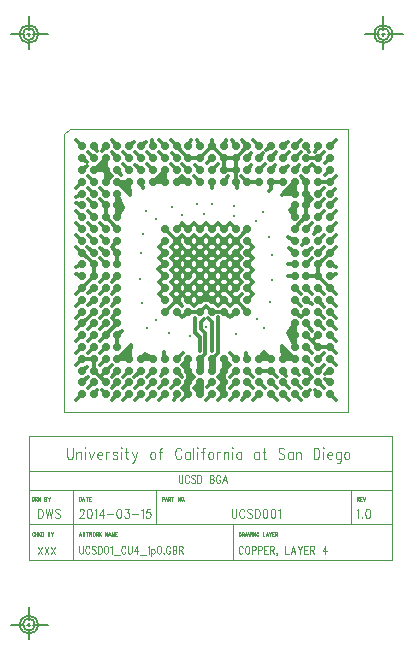
<source format=gbr>
*
*
G04 PADS 9.5 Build Number: 522968 generated Gerber (RS-274-X) file*
G04 PC Version=2.1*
*
%IN "UCSD001-BGA_5mm_2014-03"*%
*
%MOMM*%
*
%FSLAX33Y33*%
*
*
*
*
G04 PC Standard Apertures*
*
*
G04 Thermal Relief Aperture macro.*
%AMTER*
1,1,$1,0,0*
1,0,$1-$2,0,0*
21,0,$3,$4,0,0,45*
21,0,$3,$4,0,0,135*
%
*
*
G04 Annular Aperture macro.*
%AMANN*
1,1,$1,0,0*
1,0,$2,0,0*
%
*
*
G04 Odd Aperture macro.*
%AMODD*
1,1,$1,0,0*
1,0,$1-0.005,0,0*
%
*
*
G04 PC Custom Aperture Macros*
*
*
*
*
*
*
G04 PC Aperture Table*
*
%ADD010C,0.0254*%
%ADD013C,0.05*%
%ADD018C,0.1*%
%ADD019C,0.3*%
%ADD023C,0.08814*%
%ADD024C,0.1778*%
%ADD025C,0.7*%
%ADD032C,0.35*%
%ADD033C,0.6*%
*
*
*
*
G04 PC Circuitry*
G04 Layer Name UCSD001-BGA_5mm_2014-03 - circuitry*
%LPD*%
*
*
G04 PC Custom Flashes*
G04 Layer Name UCSD001-BGA_5mm_2014-03 - flashes*
%LPD*%
*
*
G04 PC Circuitry*
G04 Layer Name UCSD001-BGA_5mm_2014-03 - circuitry*
%LPD*%
*
G54D10*
G54D13*
G01X162762Y130828D02*
Y130500D01*
Y130828D02*
X162864D01*
X162864D02*
X162898Y130812D01*
X162898D02*
X162910Y130796D01*
X162910D02*
X162921Y130765D01*
X162921D02*
Y130734D01*
X162921D02*
X162910Y130703D01*
X162898Y130687*
X162898D02*
X162864Y130671D01*
X162864D02*
X162762D01*
X162842D02*
X162921Y130500D01*
X163023Y130828D02*
Y130500D01*
Y130828D02*
X163171D01*
X163023Y130671D02*
X163114D01*
X163023Y130500D02*
X163171D01*
X163273Y130828D02*
X163364Y130500D01*
X163455Y130828D02*
X163364Y130500D01*
X152762Y127828D02*
Y127500D01*
Y127828D02*
X152842D01*
X152876Y127812*
X152876D02*
X152898Y127781D01*
X152898D02*
X152910Y127750D01*
X152921Y127703*
X152921D02*
Y127625D01*
X152921D02*
X152910Y127578D01*
X152898Y127546*
X152898D02*
X152876Y127515D01*
X152876D02*
X152842Y127500D01*
X152762*
X153023Y127828D02*
Y127500D01*
Y127828D02*
X153126D01*
X153160Y127812*
X153160D02*
X153171Y127796D01*
X153171D02*
X153182Y127765D01*
X153182D02*
Y127734D01*
X153182D02*
X153171Y127703D01*
X153171D02*
X153160Y127687D01*
X153160D02*
X153126Y127671D01*
X153126D02*
X153023D01*
X153103D02*
X153182Y127500D01*
X153376Y127828D02*
X153285Y127500D01*
X153376Y127828D02*
X153467Y127500D01*
X153319Y127609D02*
X153432D01*
X153569Y127828D02*
X153626Y127500D01*
X153682Y127828D02*
X153626Y127500D01*
X153682Y127828D02*
X153739Y127500D01*
X153796Y127828D02*
X153739Y127500D01*
X153898Y127828D02*
Y127500D01*
X154001Y127828D02*
Y127500D01*
Y127828D02*
X154160Y127500D01*
Y127828D02*
Y127500D01*
X154432Y127750D02*
X154421Y127781D01*
X154421D02*
X154398Y127812D01*
X154398D02*
X154376Y127828D01*
X154330*
X154330D02*
X154307Y127812D01*
X154307D02*
X154285Y127781D01*
X154273Y127750*
X154273D02*
X154262Y127703D01*
Y127625*
X154273Y127578*
X154273D02*
X154285Y127546D01*
X154285D02*
X154307Y127515D01*
X154307D02*
X154330Y127500D01*
X154330D02*
X154376D01*
X154398Y127515*
X154398D02*
X154421Y127546D01*
X154421D02*
X154432Y127578D01*
X154432D02*
Y127625D01*
X154376D02*
X154432D01*
X154796Y127828D02*
Y127500D01*
X154796D02*
X154932D01*
X155126Y127828D02*
X155035Y127500D01*
X155126Y127828D02*
X155217Y127500D01*
X155069Y127609D02*
X155182D01*
X155319Y127828D02*
X155410Y127671D01*
X155410D02*
Y127500D01*
X155501Y127828D02*
X155410Y127671D01*
X155603Y127828D02*
Y127500D01*
Y127828D02*
X155751D01*
X155603Y127671D02*
X155694D01*
X155603Y127500D02*
X155751D01*
X155853Y127828D02*
Y127500D01*
Y127828D02*
X155955D01*
X155955D02*
X155989Y127812D01*
X155989D02*
X156001Y127796D01*
X156001D02*
X156012Y127765D01*
X156012D02*
Y127734D01*
X156001Y127703*
X155989Y127687*
X155989D02*
X155955Y127671D01*
X155955D02*
X155853D01*
X155932D02*
X156012Y127500D01*
X146262Y130828D02*
Y130500D01*
Y130828D02*
X146364D01*
X146364D02*
X146398Y130812D01*
X146398D02*
X146410Y130796D01*
X146410D02*
X146421Y130765D01*
X146421D02*
Y130718D01*
X146421D02*
X146410Y130687D01*
X146410D02*
X146398Y130671D01*
X146398D02*
X146364Y130656D01*
X146364D02*
X146262D01*
X146614Y130828D02*
X146523Y130500D01*
X146614Y130828D02*
X146705Y130500D01*
X146557Y130609D02*
X146671D01*
X146807Y130828D02*
Y130500D01*
Y130828D02*
X146910D01*
X146944Y130812*
X146944D02*
X146955Y130796D01*
X146955D02*
X146967Y130765D01*
X146967D02*
Y130734D01*
X146955Y130703*
X146955D02*
X146944Y130687D01*
X146944D02*
X146910Y130671D01*
X146910D02*
X146807D01*
X146887D02*
X146967Y130500D01*
X147148Y130828D02*
Y130500D01*
X147069Y130828D02*
X147228D01*
X147592D02*
Y130500D01*
Y130828D02*
X147751Y130500D01*
Y130828D02*
Y130500D01*
X147921Y130828D02*
X147898Y130812D01*
X147898D02*
X147876Y130781D01*
X147864Y130750*
X147864D02*
X147853Y130703D01*
Y130625*
X147864Y130578*
X147864D02*
X147876Y130546D01*
X147876D02*
X147898Y130515D01*
X147898D02*
X147921Y130500D01*
X147921D02*
X147967D01*
X147989Y130515*
X147989D02*
X148012Y130546D01*
X148012D02*
X148023Y130578D01*
X148023D02*
X148035Y130625D01*
Y130703*
X148023Y130750*
X148023D02*
X148012Y130781D01*
X147989Y130812*
X147989D02*
X147967Y130828D01*
X147921*
X148148Y130531D02*
X148137Y130515D01*
X148137D02*
X148148Y130500D01*
X148148D02*
X148160Y130515D01*
X148160D02*
X148148Y130531D01*
X139353Y127828D02*
X139262Y127500D01*
X139353Y127828D02*
X139444Y127500D01*
X139296Y127609D02*
X139410D01*
X139546Y127828D02*
Y127500D01*
Y127828D02*
X139648D01*
X139648D02*
X139682Y127812D01*
X139682D02*
X139694Y127796D01*
X139694D02*
X139705Y127765D01*
X139705D02*
Y127734D01*
X139705D02*
X139694Y127703D01*
X139682Y127687*
X139682D02*
X139648Y127671D01*
X139648D02*
X139546D01*
X139626D02*
X139705Y127500D01*
X139887Y127828D02*
Y127500D01*
X139807Y127828D02*
X139967D01*
X140069D02*
X140126Y127500D01*
X140182Y127828D02*
X140126Y127500D01*
X140182Y127828D02*
X140239Y127500D01*
X140296Y127828D02*
X140239Y127500D01*
X140467Y127828D02*
X140444Y127812D01*
X140444D02*
X140421Y127781D01*
X140421D02*
X140410Y127750D01*
X140398Y127703*
X140398D02*
Y127625D01*
X140398D02*
X140410Y127578D01*
X140421Y127546*
X140421D02*
X140444Y127515D01*
X140444D02*
X140467Y127500D01*
X140512*
X140535Y127515*
X140535D02*
X140557Y127546D01*
X140557D02*
X140569Y127578D01*
X140580Y127625*
X140580D02*
Y127703D01*
X140580D02*
X140569Y127750D01*
X140557Y127781*
X140557D02*
X140535Y127812D01*
X140535D02*
X140512Y127828D01*
X140467*
X140682D02*
Y127500D01*
Y127828D02*
X140785D01*
X140819Y127812*
X140819D02*
X140830Y127796D01*
X140830D02*
X140842Y127765D01*
X140842D02*
Y127734D01*
X140830Y127703*
X140830D02*
X140819Y127687D01*
X140819D02*
X140785Y127671D01*
X140785D02*
X140682D01*
X140762D02*
X140842Y127500D01*
X140944Y127828D02*
Y127500D01*
X141103Y127828D02*
X140944Y127609D01*
X141001Y127687D02*
X141103Y127500D01*
X141467Y127828D02*
Y127500D01*
Y127828D02*
X141626Y127500D01*
Y127828D02*
Y127500D01*
X141819Y127828D02*
X141728Y127500D01*
X141819Y127828D02*
X141910Y127500D01*
X141762Y127609D02*
X141876D01*
X142012Y127828D02*
Y127500D01*
Y127828D02*
X142103Y127500D01*
X142194Y127828D02*
X142103Y127500D01*
X142194Y127828D02*
Y127500D01*
X142296Y127828D02*
Y127500D01*
Y127828D02*
X142444D01*
X142296Y127671D02*
X142387D01*
X142296Y127500D02*
X142444D01*
X139262Y130828D02*
Y130500D01*
Y130828D02*
X139342D01*
X139376Y130812*
X139376D02*
X139398Y130781D01*
X139398D02*
X139410Y130750D01*
X139421Y130703*
X139421D02*
Y130625D01*
X139421D02*
X139410Y130578D01*
X139398Y130546*
X139398D02*
X139376Y130515D01*
X139376D02*
X139342Y130500D01*
X139262*
X139614Y130828D02*
X139523Y130500D01*
X139614Y130828D02*
X139705Y130500D01*
X139557Y130609D02*
X139671D01*
X139887Y130828D02*
Y130500D01*
X139807Y130828D02*
X139967D01*
X140069D02*
Y130500D01*
Y130828D02*
X140217D01*
X140069Y130671D02*
X140160D01*
X140069Y130500D02*
X140217D01*
X135432Y127750D02*
X135421Y127781D01*
X135421D02*
X135398Y127812D01*
X135398D02*
X135376Y127828D01*
X135330*
X135330D02*
X135307Y127812D01*
X135307D02*
X135285Y127781D01*
X135273Y127750*
X135273D02*
X135262Y127703D01*
Y127625*
X135273Y127578*
X135273D02*
X135285Y127546D01*
X135285D02*
X135307Y127515D01*
X135307D02*
X135330Y127500D01*
X135330D02*
X135376D01*
X135398Y127515*
X135398D02*
X135421Y127546D01*
X135421D02*
X135432Y127578D01*
X135535Y127828D02*
Y127500D01*
X135694Y127828D02*
Y127500D01*
X135535Y127671D02*
X135694D01*
X135796Y127828D02*
Y127500D01*
X135955Y127828D02*
X135796Y127609D01*
X135853Y127687D02*
X135955Y127500D01*
X136057Y127828D02*
Y127500D01*
Y127828D02*
X136137D01*
X136171Y127812*
X136171D02*
X136194Y127781D01*
X136205Y127750*
X136205D02*
X136217Y127703D01*
Y127625*
X136205Y127578*
X136205D02*
X136194Y127546D01*
X136194D02*
X136171Y127515D01*
X136171D02*
X136137Y127500D01*
X136057*
X136580Y127828D02*
Y127500D01*
Y127828D02*
X136682D01*
X136682D02*
X136717Y127812D01*
X136717D02*
X136728Y127796D01*
X136728D02*
X136739Y127765D01*
X136739D02*
Y127734D01*
X136739D02*
X136728Y127703D01*
X136717Y127687*
X136717D02*
X136682Y127671D01*
X136580D02*
X136682D01*
X136682D02*
X136717Y127656D01*
X136728Y127640*
X136728D02*
X136739Y127609D01*
X136739D02*
Y127562D01*
X136739D02*
X136728Y127531D01*
X136717Y127515*
X136717D02*
X136682Y127500D01*
X136682D02*
X136580D01*
X136842Y127828D02*
X136932Y127671D01*
X136932D02*
Y127500D01*
X137023Y127828D02*
X136932Y127671D01*
X135262Y130828D02*
Y130500D01*
Y130828D02*
X135342D01*
X135376Y130812*
X135376D02*
X135398Y130781D01*
X135398D02*
X135410Y130750D01*
X135421Y130703*
X135421D02*
Y130625D01*
X135421D02*
X135410Y130578D01*
X135398Y130546*
X135398D02*
X135376Y130515D01*
X135376D02*
X135342Y130500D01*
X135262*
X135523Y130828D02*
Y130500D01*
Y130828D02*
X135626D01*
X135660Y130812*
X135660D02*
X135671Y130796D01*
X135671D02*
X135682Y130765D01*
X135682D02*
Y130734D01*
X135682D02*
X135671Y130703D01*
X135671D02*
X135660Y130687D01*
X135660D02*
X135626Y130671D01*
X135626D02*
X135523D01*
X135603D02*
X135682Y130500D01*
X135785Y130828D02*
Y130500D01*
Y130828D02*
X135944Y130500D01*
Y130828D02*
Y130500D01*
X136307Y130828D02*
Y130500D01*
Y130828D02*
X136410D01*
X136444Y130812*
X136444D02*
X136455Y130796D01*
X136455D02*
X136467Y130765D01*
X136467D02*
Y130734D01*
X136455Y130703*
X136455D02*
X136444Y130687D01*
X136444D02*
X136410Y130671D01*
X136307D02*
X136410D01*
X136410D02*
X136444Y130656D01*
X136455Y130640*
X136455D02*
X136467Y130609D01*
Y130562*
X136467D02*
X136455Y130531D01*
X136455D02*
X136444Y130515D01*
X136444D02*
X136410Y130500D01*
X136307*
X136569Y130828D02*
X136660Y130671D01*
X136660D02*
Y130500D01*
X136751Y130828D02*
X136660Y130671D01*
G54D18*
X135000Y128500D02*
X138762D01*
Y131410*
X135000*
Y128500*
Y125500D02*
X138762D01*
Y128500*
X135000*
Y125500*
X138762Y128500D02*
X145762D01*
Y131410*
X138762*
Y128500*
Y125500D02*
X152262D01*
Y128500*
Y125500D02*
X165762D01*
Y128500*
X152262*
Y125500*
X145762Y128500D02*
X162262D01*
Y131410*
X145762*
Y128500*
X134999Y131410D02*
X165762D01*
Y133000*
X134999*
X134999D02*
Y131410D01*
Y133000D02*
X165762D01*
Y136000*
X134999*
X134999D02*
Y133000D01*
X163762Y128500D02*
X165762D01*
Y131410*
X162262*
Y128500*
X135762Y129820D02*
Y129000D01*
Y129820D02*
X135961D01*
X136046Y129781*
X136046D02*
X136103Y129703D01*
X136131Y129625*
X136131D02*
X136160Y129507D01*
X136160D02*
Y129312D01*
X136160D02*
X136131Y129195D01*
X136131D02*
X136103Y129117D01*
X136046Y129039*
X136046D02*
X135961Y129000D01*
X135762*
X136415Y129820D02*
X136557Y129000D01*
X136699Y129820D02*
X136557Y129000D01*
X136699Y129820D02*
X136842Y129000D01*
X136984Y129820D02*
X136842Y129000D01*
X137637Y129703D02*
X137580Y129781D01*
X137580D02*
X137495Y129820D01*
X137381*
X137381D02*
X137296Y129781D01*
X137296D02*
X137239Y129703D01*
X137239D02*
Y129625D01*
X137239D02*
X137268Y129546D01*
X137268D02*
X137296Y129507D01*
X137296D02*
X137353Y129468D01*
X137353D02*
X137523Y129390D01*
X137523D02*
X137580Y129351D01*
X137580D02*
X137609Y129312D01*
X137609D02*
X137637Y129234D01*
Y129117*
X137580Y129039*
X137580D02*
X137495Y129000D01*
X137381*
X137381D02*
X137296Y129039D01*
X137296D02*
X137239Y129117D01*
X147682Y132656D02*
Y132187D01*
X147682D02*
X147705Y132093D01*
X147705D02*
X147751Y132031D01*
X147819Y132000*
X147864*
X147864D02*
X147932Y132031D01*
X147932D02*
X147978Y132093D01*
X147978D02*
X148001Y132187D01*
X148001D02*
Y132656D01*
X148546Y132500D02*
X148523Y132562D01*
X148523D02*
X148478Y132625D01*
X148432Y132656*
X148432D02*
X148342D01*
X148296Y132625*
X148296D02*
X148251Y132562D01*
X148251D02*
X148228Y132500D01*
X148205Y132406*
X148205D02*
Y132250D01*
X148205D02*
X148228Y132156D01*
X148251Y132093*
X148251D02*
X148296Y132031D01*
X148296D02*
X148342Y132000D01*
X148432*
X148432D02*
X148478Y132031D01*
X148523Y132093*
X148523D02*
X148546Y132156D01*
X149069Y132562D02*
X149023Y132625D01*
X149023D02*
X148955Y132656D01*
X148955D02*
X148864D01*
X148864D02*
X148796Y132625D01*
X148796D02*
X148751Y132562D01*
X148751D02*
Y132500D01*
X148773Y132437*
X148773D02*
X148796Y132406D01*
X148796D02*
X148842Y132375D01*
X148978Y132312*
X148978D02*
X149023Y132281D01*
X149023D02*
X149046Y132250D01*
X149046D02*
X149069Y132187D01*
X149069D02*
Y132093D01*
X149069D02*
X149023Y132031D01*
X149023D02*
X148955Y132000D01*
X148955D02*
X148864D01*
X148864D02*
X148796Y132031D01*
X148796D02*
X148751Y132093D01*
X149273Y132656D02*
Y132000D01*
Y132656D02*
X149432D01*
X149432D02*
X149501Y132625D01*
X149546Y132562*
X149546D02*
X149569Y132500D01*
X149592Y132406*
Y132250*
X149569Y132156*
X149546Y132093*
X149546D02*
X149501Y132031D01*
X149432Y132000*
X149432D02*
X149273D01*
X150319Y132656D02*
Y132000D01*
Y132656D02*
X150523D01*
X150523D02*
X150592Y132625D01*
X150614Y132593*
X150614D02*
X150637Y132531D01*
Y132468*
X150637D02*
X150614Y132406D01*
X150614D02*
X150592Y132375D01*
X150523Y132343*
X150319D02*
X150523D01*
X150523D02*
X150592Y132312D01*
X150592D02*
X150614Y132281D01*
X150614D02*
X150637Y132218D01*
X150637D02*
Y132125D01*
X150614Y132062*
X150614D02*
X150592Y132031D01*
X150523Y132000*
X150523D02*
X150319D01*
X151182Y132500D02*
X151160Y132562D01*
X151160D02*
X151114Y132625D01*
X151114D02*
X151069Y132656D01*
X150978*
X150932Y132625*
X150932D02*
X150887Y132562D01*
X150887D02*
X150864Y132500D01*
X150864D02*
X150842Y132406D01*
Y132250*
X150864Y132156*
X150864D02*
X150887Y132093D01*
X150887D02*
X150932Y132031D01*
X150932D02*
X150978Y132000D01*
X151069*
X151114Y132031*
X151114D02*
X151160Y132093D01*
X151160D02*
X151182Y132156D01*
X151182D02*
Y132250D01*
X151069D02*
X151182D01*
X151569Y132656D02*
X151387Y132000D01*
X151569Y132656D02*
X151751Y132000D01*
X151455Y132218D02*
X151682D01*
X138245Y134984D02*
Y134281D01*
X138279Y134140*
X138279D02*
X138347Y134046D01*
X138347D02*
X138449Y134000D01*
X138449D02*
X138518D01*
X138620Y134046*
X138620D02*
X138688Y134140D01*
X138688D02*
X138722Y134281D01*
X138722D02*
Y134984D01*
X139029Y134656D02*
Y134000D01*
Y134468D02*
X139131Y134609D01*
X139131D02*
X139199Y134656D01*
X139199D02*
X139302D01*
X139370Y134609*
X139404Y134468*
X139404D02*
Y134000D01*
X139711Y134984D02*
X139745Y134937D01*
X139745D02*
X139779Y134984D01*
X139779D02*
X139745Y135031D01*
X139711Y134984*
X139745Y134656D02*
Y134000D01*
X140086Y134656D02*
X140290Y134000D01*
X140495Y134656D02*
X140290Y134000D01*
X140802Y134375D02*
X141211D01*
Y134468*
X141211D02*
X141177Y134562D01*
X141177D02*
X141143Y134609D01*
X141074Y134656*
X141074D02*
X140972D01*
X140972D02*
X140904Y134609D01*
X140904D02*
X140836Y134515D01*
X140836D02*
X140802Y134375D01*
Y134281*
X140836Y134140*
X140836D02*
X140904Y134046D01*
X140904D02*
X140972Y134000D01*
X140972D02*
X141074D01*
X141074D02*
X141143Y134046D01*
X141143D02*
X141211Y134140D01*
X141518Y134656D02*
Y134000D01*
Y134375D02*
X141552Y134515D01*
X141552D02*
X141620Y134609D01*
X141688Y134656*
X141688D02*
X141790D01*
X142472Y134515D02*
X142438Y134609D01*
X142438D02*
X142336Y134656D01*
X142234*
X142131Y134609*
X142131D02*
X142097Y134515D01*
X142097D02*
X142131Y134421D01*
X142131D02*
X142199Y134375D01*
X142199D02*
X142370Y134328D01*
X142438Y134281*
X142438D02*
X142472Y134187D01*
X142472D02*
Y134140D01*
X142472D02*
X142438Y134046D01*
X142438D02*
X142336Y134000D01*
X142234*
X142131Y134046*
X142131D02*
X142097Y134140D01*
X142779Y134984D02*
X142813Y134937D01*
X142813D02*
X142847Y134984D01*
X142847D02*
X142813Y135031D01*
X142813D02*
X142779Y134984D01*
X142813Y134656D02*
Y134000D01*
X143256Y134984D02*
Y134187D01*
X143256D02*
X143290Y134046D01*
X143290D02*
X143359Y134000D01*
X143427*
X143154Y134656D02*
X143393D01*
X143768D02*
X143972Y134000D01*
X144177Y134656D02*
X143972Y134000D01*
X143972D02*
X143904Y133812D01*
X143904D02*
X143836Y133718D01*
X143836D02*
X143768Y133671D01*
X143768D02*
X143734D01*
X145438Y134656D02*
X145370Y134609D01*
X145302Y134515*
X145302D02*
X145268Y134375D01*
Y134281*
X145302Y134140*
X145302D02*
X145370Y134046D01*
X145370D02*
X145438Y134000D01*
X145438D02*
X145540D01*
X145540D02*
X145609Y134046D01*
X145609D02*
X145677Y134140D01*
X145677D02*
X145711Y134281D01*
Y134375*
X145677Y134515*
X145677D02*
X145609Y134609D01*
X145540Y134656*
X145540D02*
X145438D01*
X146290Y134984D02*
X146222D01*
X146222D02*
X146154Y134937D01*
X146154D02*
X146120Y134796D01*
X146120D02*
Y134000D01*
X146018Y134656D02*
X146256D01*
X147893Y134750D02*
X147859Y134843D01*
X147859D02*
X147790Y134937D01*
X147790D02*
X147722Y134984D01*
X147722D02*
X147586D01*
X147518Y134937*
X147518D02*
X147449Y134843D01*
X147449D02*
X147415Y134750D01*
X147415D02*
X147381Y134609D01*
X147381D02*
Y134375D01*
X147381D02*
X147415Y134234D01*
X147415D02*
X147449Y134140D01*
X147449D02*
X147518Y134046D01*
X147518D02*
X147586Y134000D01*
X147722*
X147722D02*
X147790Y134046D01*
X147790D02*
X147859Y134140D01*
X147859D02*
X147893Y134234D01*
X148609Y134656D02*
Y134000D01*
Y134515D02*
X148540Y134609D01*
X148540D02*
X148472Y134656D01*
X148472D02*
X148370D01*
X148302Y134609*
X148234Y134515*
X148234D02*
X148199Y134375D01*
X148199D02*
Y134281D01*
X148199D02*
X148234Y134140D01*
X148234D02*
X148302Y134046D01*
X148302D02*
X148370Y134000D01*
X148472*
X148472D02*
X148540Y134046D01*
X148540D02*
X148609Y134140D01*
X148915Y134984D02*
Y134000D01*
X149222Y134984D02*
X149256Y134937D01*
X149256D02*
X149290Y134984D01*
X149290D02*
X149256Y135031D01*
X149256D02*
X149222Y134984D01*
X149256Y134656D02*
Y134000D01*
X149870Y134984D02*
X149802D01*
X149734Y134937*
X149734D02*
X149699Y134796D01*
X149699D02*
Y134000D01*
X149597Y134656D02*
X149836D01*
X150347D02*
X150279Y134609D01*
X150279D02*
X150211Y134515D01*
X150211D02*
X150177Y134375D01*
Y134281*
X150211Y134140*
X150211D02*
X150279Y134046D01*
X150279D02*
X150347Y134000D01*
X150347D02*
X150449D01*
X150449D02*
X150518Y134046D01*
X150518D02*
X150586Y134140D01*
X150586D02*
X150620Y134281D01*
Y134375*
X150586Y134515*
X150586D02*
X150518Y134609D01*
X150449Y134656*
X150449D02*
X150347D01*
X150927D02*
Y134000D01*
Y134375D02*
X150961Y134515D01*
X150961D02*
X151029Y134609D01*
X151029D02*
X151097Y134656D01*
X151097D02*
X151199D01*
X151506D02*
Y134000D01*
Y134468D02*
X151609Y134609D01*
X151677Y134656*
X151779*
X151779D02*
X151847Y134609D01*
X151847D02*
X151881Y134468D01*
X151881D02*
Y134000D01*
X152188Y134984D02*
X152222Y134937D01*
X152222D02*
X152256Y134984D01*
X152256D02*
X152222Y135031D01*
X152222D02*
X152188Y134984D01*
X152222Y134656D02*
Y134000D01*
X152972Y134656D02*
Y134000D01*
Y134515D02*
X152904Y134609D01*
X152904D02*
X152836Y134656D01*
X152734*
X152665Y134609*
X152665D02*
X152597Y134515D01*
X152597D02*
X152563Y134375D01*
X152563D02*
Y134281D01*
X152563D02*
X152597Y134140D01*
X152597D02*
X152665Y134046D01*
X152665D02*
X152734Y134000D01*
X152836*
X152904Y134046*
X152904D02*
X152972Y134140D01*
X154472Y134656D02*
Y134000D01*
Y134515D02*
X154404Y134609D01*
X154404D02*
X154336Y134656D01*
X154234*
X154165Y134609*
X154165D02*
X154097Y134515D01*
X154097D02*
X154063Y134375D01*
X154063D02*
Y134281D01*
X154063D02*
X154097Y134140D01*
X154097D02*
X154165Y134046D01*
X154165D02*
X154234Y134000D01*
X154336*
X154404Y134046*
X154404D02*
X154472Y134140D01*
X154881Y134984D02*
Y134187D01*
X154881D02*
X154915Y134046D01*
X154915D02*
X154984Y134000D01*
X155052*
X154779Y134656D02*
X155018D01*
X156620Y134843D02*
X156552Y134937D01*
X156552D02*
X156449Y134984D01*
X156449D02*
X156313D01*
X156313D02*
X156211Y134937D01*
X156211D02*
X156143Y134843D01*
X156143D02*
Y134750D01*
X156177Y134656*
X156211Y134609*
X156279Y134562*
X156279D02*
X156484Y134468D01*
X156484D02*
X156552Y134421D01*
X156552D02*
X156586Y134375D01*
X156620Y134281*
Y134140*
X156620D02*
X156552Y134046D01*
X156552D02*
X156449Y134000D01*
X156449D02*
X156313D01*
X156313D02*
X156211Y134046D01*
X156211D02*
X156143Y134140D01*
X157336Y134656D02*
Y134000D01*
Y134515D02*
X157268Y134609D01*
X157199Y134656*
X157199D02*
X157097D01*
X157097D02*
X157029Y134609D01*
X157029D02*
X156961Y134515D01*
X156961D02*
X156927Y134375D01*
Y134281*
X156961Y134140*
X156961D02*
X157029Y134046D01*
X157029D02*
X157097Y134000D01*
X157097D02*
X157199D01*
X157199D02*
X157268Y134046D01*
X157268D02*
X157336Y134140D01*
X157643Y134656D02*
Y134000D01*
Y134468D02*
X157745Y134609D01*
X157813Y134656*
X157813D02*
X157915D01*
X157915D02*
X157984Y134609D01*
X158018Y134468*
X158018D02*
Y134000D01*
X159109Y134984D02*
Y134000D01*
Y134984D02*
X159347D01*
X159347D02*
X159449Y134937D01*
X159449D02*
X159518Y134843D01*
X159518D02*
X159552Y134750D01*
X159586Y134609*
Y134375*
X159552Y134234*
X159518Y134140*
X159518D02*
X159449Y134046D01*
X159449D02*
X159347Y134000D01*
X159347D02*
X159109D01*
X159893Y134984D02*
X159927Y134937D01*
X159927D02*
X159961Y134984D01*
X159927Y135031*
X159893Y134984*
X159927Y134656D02*
Y134000D01*
X160268Y134375D02*
X160677D01*
Y134468*
X160677D02*
X160643Y134562D01*
X160643D02*
X160609Y134609D01*
X160540Y134656*
X160540D02*
X160438D01*
X160438D02*
X160370Y134609D01*
X160302Y134515*
X160302D02*
X160268Y134375D01*
Y134281*
X160302Y134140*
X160302D02*
X160370Y134046D01*
X160370D02*
X160438Y134000D01*
X160438D02*
X160540D01*
X160540D02*
X160609Y134046D01*
X160609D02*
X160677Y134140D01*
X161393Y134656D02*
Y133906D01*
X161359Y133765*
X161359D02*
X161324Y133718D01*
X161324D02*
X161256Y133671D01*
X161256D02*
X161154D01*
X161154D02*
X161086Y133718D01*
X161393Y134515D02*
X161324Y134609D01*
X161324D02*
X161256Y134656D01*
X161256D02*
X161154D01*
X161154D02*
X161086Y134609D01*
X161018Y134515*
X161018D02*
X160984Y134375D01*
Y134281*
X161018Y134140*
X161018D02*
X161086Y134046D01*
X161086D02*
X161154Y134000D01*
X161154D02*
X161256D01*
X161256D02*
X161324Y134046D01*
X161324D02*
X161393Y134140D01*
X161870Y134656D02*
X161802Y134609D01*
X161734Y134515*
X161734D02*
X161699Y134375D01*
X161699D02*
Y134281D01*
X161699D02*
X161734Y134140D01*
X161734D02*
X161802Y134046D01*
X161802D02*
X161870Y134000D01*
X161972*
X161972D02*
X162040Y134046D01*
X162040D02*
X162109Y134140D01*
X162109D02*
X162143Y134281D01*
Y134375*
X162109Y134515*
X162109D02*
X162040Y134609D01*
X162040D02*
X161972Y134656D01*
X161972D02*
X161870D01*
X162762Y129664D02*
X162819Y129703D01*
X162904Y129820*
X162904D02*
Y129000D01*
X163188Y129078D02*
X163160Y129039D01*
X163188Y129000*
X163188D02*
X163217Y129039D01*
X163188Y129078*
X163643Y129820D02*
X163557Y129781D01*
X163557D02*
X163501Y129664D01*
X163472Y129468*
X163472D02*
Y129351D01*
X163472D02*
X163501Y129156D01*
X163557Y129039*
X163557D02*
X163643Y129000D01*
X163699*
X163699D02*
X163785Y129039D01*
X163842Y129156*
X163870Y129351*
X163870D02*
Y129468D01*
X163870D02*
X163842Y129664D01*
X163785Y129781*
X163699Y129820*
X163699D02*
X163643D01*
X152160D02*
Y129234D01*
X152188Y129117*
X152188D02*
X152245Y129039D01*
X152330Y129000*
X152330D02*
X152387D01*
X152472Y129039*
X152472D02*
X152529Y129117D01*
X152529D02*
X152557Y129234D01*
X152557D02*
Y129820D01*
X153239Y129625D02*
X153211Y129703D01*
X153154Y129781*
X153154D02*
X153097Y129820D01*
X153097D02*
X152984D01*
X152927Y129781*
X152870Y129703*
X152842Y129625*
X152813Y129507*
X152813D02*
Y129312D01*
X152813D02*
X152842Y129195D01*
X152870Y129117*
X152927Y129039*
X152984Y129000*
X153097*
X153097D02*
X153154Y129039D01*
X153154D02*
X153211Y129117D01*
X153239Y129195*
X153893Y129703D02*
X153836Y129781D01*
X153751Y129820*
X153637*
X153552Y129781*
X153495Y129703*
Y129625*
X153523Y129546*
X153523D02*
X153552Y129507D01*
X153552D02*
X153609Y129468D01*
X153609D02*
X153779Y129390D01*
X153779D02*
X153836Y129351D01*
X153836D02*
X153864Y129312D01*
X153864D02*
X153893Y129234D01*
Y129117*
X153836Y129039*
X153751Y129000*
X153637*
X153552Y129039*
X153495Y129117*
X154148Y129820D02*
Y129000D01*
Y129820D02*
X154347D01*
X154347D02*
X154432Y129781D01*
X154432D02*
X154489Y129703D01*
X154489D02*
X154518Y129625D01*
X154546Y129507*
X154546D02*
Y129312D01*
X154546D02*
X154518Y129195D01*
X154489Y129117*
X154489D02*
X154432Y129039D01*
X154432D02*
X154347Y129000D01*
X154347D02*
X154148D01*
X154972Y129820D02*
X154887Y129781D01*
X154830Y129664*
X154830D02*
X154802Y129468D01*
X154802D02*
Y129351D01*
X154802D02*
X154830Y129156D01*
X154830D02*
X154887Y129039D01*
X154972Y129000*
X154972D02*
X155029D01*
X155029D02*
X155114Y129039D01*
X155114D02*
X155171Y129156D01*
X155171D02*
X155199Y129351D01*
X155199D02*
Y129468D01*
X155199D02*
X155171Y129664D01*
X155171D02*
X155114Y129781D01*
X155114D02*
X155029Y129820D01*
X155029D02*
X154972D01*
X155626D02*
X155540Y129781D01*
X155540D02*
X155484Y129664D01*
X155455Y129468*
X155455D02*
Y129351D01*
X155455D02*
X155484Y129156D01*
X155540Y129039*
X155540D02*
X155626Y129000D01*
X155682*
X155682D02*
X155768Y129039D01*
X155824Y129156*
X155824D02*
X155853Y129351D01*
X155853D02*
Y129468D01*
X155853D02*
X155824Y129664D01*
X155824D02*
X155768Y129781D01*
X155682Y129820*
X155682D02*
X155626D01*
X156109Y129664D02*
X156165Y129703D01*
X156165D02*
X156251Y129820D01*
Y129000*
X139290Y129625D02*
Y129664D01*
X139290D02*
X139319Y129742D01*
X139347Y129781*
X139347D02*
X139404Y129820D01*
X139404D02*
X139518D01*
X139574Y129781*
X139574D02*
X139603Y129742D01*
X139631Y129664*
X139631D02*
Y129585D01*
X139631D02*
X139603Y129507D01*
X139603D02*
X139546Y129390D01*
X139546D02*
X139262Y129000D01*
X139660*
X140086Y129820D02*
X140001Y129781D01*
X139944Y129664*
X139915Y129468*
X139915D02*
Y129351D01*
X139915D02*
X139944Y129156D01*
X140001Y129039*
X140086Y129000*
X140143*
X140228Y129039*
X140285Y129156*
X140313Y129351*
X140313D02*
Y129468D01*
X140313D02*
X140285Y129664D01*
X140228Y129781*
X140143Y129820*
X140086*
X140569Y129664D02*
X140626Y129703D01*
X140711Y129820*
Y129000*
X141251Y129820D02*
X140967Y129273D01*
X141393*
X141251Y129820D02*
Y129000D01*
X141648Y129351D02*
X142160D01*
X142586Y129820D02*
X142501Y129781D01*
X142444Y129664*
X142415Y129468*
X142415D02*
Y129351D01*
X142415D02*
X142444Y129156D01*
X142501Y129039*
X142586Y129000*
X142643*
X142728Y129039*
X142785Y129156*
X142813Y129351*
X142813D02*
Y129468D01*
X142813D02*
X142785Y129664D01*
X142728Y129781*
X142643Y129820*
X142586*
X143126D02*
X143438D01*
X143438D02*
X143268Y129507D01*
X143268D02*
X143353D01*
X143353D02*
X143410Y129468D01*
X143410D02*
X143438Y129429D01*
X143438D02*
X143467Y129312D01*
X143467D02*
Y129234D01*
X143438Y129117*
X143438D02*
X143381Y129039D01*
X143381D02*
X143296Y129000D01*
X143296D02*
X143211D01*
X143126Y129039*
X143097Y129078*
X143097D02*
X143069Y129156D01*
X143722Y129351D02*
X144234D01*
X144489Y129664D02*
X144546Y129703D01*
X144546D02*
X144631Y129820D01*
X144631D02*
Y129000D01*
X145256Y129820D02*
X144972D01*
X144972D02*
X144944Y129468D01*
X144944D02*
X144972Y129507D01*
X144972D02*
X145057Y129546D01*
X145057D02*
X145143D01*
X145143D02*
X145228Y129507D01*
X145228D02*
X145285Y129429D01*
X145285D02*
X145313Y129312D01*
X145313D02*
X145285Y129234D01*
X145256Y129117*
X145256D02*
X145199Y129039D01*
X145199D02*
X145114Y129000D01*
X145114D02*
X145029D01*
X145029D02*
X144944Y129039D01*
X144915Y129078*
X144915D02*
X144887Y129156D01*
X135762Y126546D02*
X136074Y126000D01*
Y126546D02*
X135762Y126000D01*
X136330Y126546D02*
X136643Y126000D01*
Y126546D02*
X136330Y126000D01*
X136898Y126546D02*
X137211Y126000D01*
Y126546D02*
X136898Y126000D01*
X153103Y126500D02*
X153080Y126562D01*
X153080D02*
X153035Y126625D01*
X152989Y126656*
X152989D02*
X152898D01*
X152898D02*
X152853Y126625D01*
X152807Y126562*
X152807D02*
X152785Y126500D01*
X152762Y126406*
Y126250*
X152785Y126156*
X152807Y126093*
X152807D02*
X152853Y126031D01*
X152898Y126000*
X152898D02*
X152989D01*
X152989D02*
X153035Y126031D01*
X153080Y126093*
X153080D02*
X153103Y126156D01*
X153444Y126656D02*
X153398Y126625D01*
X153398D02*
X153353Y126562D01*
X153353D02*
X153330Y126500D01*
X153330D02*
X153307Y126406D01*
X153307D02*
Y126250D01*
X153307D02*
X153330Y126156D01*
X153330D02*
X153353Y126093D01*
X153353D02*
X153398Y126031D01*
X153398D02*
X153444Y126000D01*
X153535*
X153580Y126031*
X153580D02*
X153626Y126093D01*
X153626D02*
X153648Y126156D01*
X153648D02*
X153671Y126250D01*
X153671D02*
Y126406D01*
X153671D02*
X153648Y126500D01*
X153648D02*
X153626Y126562D01*
X153626D02*
X153580Y126625D01*
X153580D02*
X153535Y126656D01*
X153444*
X153876D02*
Y126000D01*
Y126656D02*
X154080D01*
X154080D02*
X154148Y126625D01*
X154148D02*
X154171Y126593D01*
X154171D02*
X154194Y126531D01*
Y126437*
X154194D02*
X154171Y126375D01*
X154171D02*
X154148Y126343D01*
X154148D02*
X154080Y126312D01*
X154080D02*
X153876D01*
X154398Y126656D02*
Y126000D01*
Y126656D02*
X154603D01*
X154671Y126625*
X154671D02*
X154694Y126593D01*
X154694D02*
X154717Y126531D01*
Y126437*
X154717D02*
X154694Y126375D01*
X154671Y126343*
X154671D02*
X154603Y126312D01*
X154603D02*
X154398D01*
X154921Y126656D02*
Y126000D01*
Y126656D02*
X155217D01*
X154921Y126343D02*
X155103D01*
X154921Y126000D02*
X155217D01*
X155421Y126656D02*
Y126000D01*
Y126656D02*
X155626D01*
X155694Y126625*
X155717Y126593*
X155717D02*
X155739Y126531D01*
X155739D02*
Y126468D01*
X155739D02*
X155717Y126406D01*
X155694Y126375*
X155626Y126343*
X155626D02*
X155421D01*
X155580D02*
X155739Y126000D01*
X155989Y126031D02*
X155967Y126000D01*
X155944Y126031*
X155967Y126062*
X155967D02*
X155989Y126031D01*
X155989D02*
Y125968D01*
X155989D02*
X155967Y125906D01*
X155944Y125875*
X156717Y126656D02*
Y126000D01*
X156989*
X157376Y126656D02*
X157194Y126000D01*
X157376Y126656D02*
X157557Y126000D01*
X157262Y126218D02*
X157489D01*
X157762Y126656D02*
X157944Y126343D01*
X157944D02*
Y126000D01*
X158126Y126656D02*
X157944Y126343D01*
X158330Y126656D02*
Y126000D01*
Y126656D02*
X158626D01*
X158330Y126343D02*
X158512D01*
X158330Y126000D02*
X158626D01*
X158830Y126656D02*
Y126000D01*
Y126656D02*
X159035D01*
X159103Y126625*
X159126Y126593*
X159126D02*
X159148Y126531D01*
X159148D02*
Y126468D01*
X159148D02*
X159126Y126406D01*
X159103Y126375*
X159035Y126343*
X159035D02*
X158830D01*
X158989D02*
X159148Y126000D01*
X160103Y126656D02*
X159876Y126218D01*
X159876D02*
X160217D01*
X160103Y126656D02*
Y126000D01*
X139262Y126656D02*
Y126187D01*
X139262D02*
X139285Y126093D01*
X139285D02*
X139330Y126031D01*
X139330D02*
X139398Y126000D01*
X139398D02*
X139444D01*
X139512Y126031*
X139557Y126093*
X139557D02*
X139580Y126187D01*
X139580D02*
Y126656D01*
X140126Y126500D02*
X140103Y126562D01*
X140103D02*
X140057Y126625D01*
X140057D02*
X140012Y126656D01*
X139921*
X139921D02*
X139876Y126625D01*
X139830Y126562*
X139830D02*
X139807Y126500D01*
X139807D02*
X139785Y126406D01*
Y126250*
X139807Y126156*
X139807D02*
X139830Y126093D01*
X139830D02*
X139876Y126031D01*
X139921Y126000*
X139921D02*
X140012D01*
X140057Y126031*
X140057D02*
X140103Y126093D01*
X140103D02*
X140126Y126156D01*
X140648Y126562D02*
X140603Y126625D01*
X140535Y126656*
X140444*
X140376Y126625*
X140330Y126562*
X140330D02*
Y126500D01*
X140330D02*
X140353Y126437D01*
X140353D02*
X140376Y126406D01*
X140421Y126375*
X140421D02*
X140557Y126312D01*
X140557D02*
X140603Y126281D01*
X140626Y126250*
X140648Y126187*
X140648D02*
Y126093D01*
X140648D02*
X140603Y126031D01*
X140535Y126000*
X140444*
X140376Y126031*
X140330Y126093*
X140853Y126656D02*
Y126000D01*
Y126656D02*
X141012D01*
X141080Y126625*
X141080D02*
X141126Y126562D01*
X141126D02*
X141148Y126500D01*
X141148D02*
X141171Y126406D01*
X141171D02*
Y126250D01*
X141171D02*
X141148Y126156D01*
X141148D02*
X141126Y126093D01*
X141126D02*
X141080Y126031D01*
X141080D02*
X141012Y126000D01*
X140853*
X141512Y126656D02*
X141444Y126625D01*
X141398Y126531*
X141398D02*
X141376Y126375D01*
Y126281*
X141398Y126125*
X141398D02*
X141444Y126031D01*
X141512Y126000*
X141557*
X141557D02*
X141626Y126031D01*
X141671Y126125*
X141671D02*
X141694Y126281D01*
Y126375*
X141671Y126531*
X141671D02*
X141626Y126625D01*
X141557Y126656*
X141557D02*
X141512D01*
X141898Y126531D02*
X141944Y126562D01*
X141944D02*
X142012Y126656D01*
Y126000*
X142217Y125875D02*
X142694D01*
X143171Y126500D02*
X143148Y126562D01*
X143148D02*
X143103Y126625D01*
X143057Y126656*
X143057D02*
X142967D01*
X142921Y126625*
X142921D02*
X142876Y126562D01*
X142876D02*
X142853Y126500D01*
X142830Y126406*
X142830D02*
Y126250D01*
X142830D02*
X142853Y126156D01*
X142876Y126093*
X142876D02*
X142921Y126031D01*
X142921D02*
X142967Y126000D01*
X143057*
X143057D02*
X143103Y126031D01*
X143148Y126093*
X143148D02*
X143171Y126156D01*
X143376Y126656D02*
Y126187D01*
X143376D02*
X143398Y126093D01*
X143398D02*
X143444Y126031D01*
X143512Y126000*
X143557*
X143557D02*
X143626Y126031D01*
X143671Y126093*
X143671D02*
X143694Y126187D01*
X143694D02*
Y126656D01*
X144126D02*
X143898Y126218D01*
X143898D02*
X144239D01*
X144126Y126656D02*
Y126000D01*
X144444Y125875D02*
X144921D01*
X145057Y126531D02*
X145103Y126562D01*
X145103D02*
X145171Y126656D01*
X145171D02*
Y126000D01*
X145376Y126437D02*
Y125781D01*
Y126343D02*
X145421Y126406D01*
X145421D02*
X145467Y126437D01*
X145467D02*
X145535D01*
X145535D02*
X145580Y126406D01*
X145580D02*
X145626Y126343D01*
X145626D02*
X145648Y126250D01*
X145648D02*
Y126187D01*
X145648D02*
X145626Y126093D01*
X145626D02*
X145580Y126031D01*
X145580D02*
X145535Y126000D01*
X145467*
X145421Y126031*
X145421D02*
X145376Y126093D01*
X145989Y126656D02*
X145921Y126625D01*
X145921D02*
X145876Y126531D01*
X145853Y126375*
Y126281*
X145876Y126125*
X145921Y126031*
X145921D02*
X145989Y126000D01*
X145989D02*
X146035D01*
X146103Y126031*
X146148Y126125*
X146148D02*
X146171Y126281D01*
X146171D02*
Y126375D01*
X146171D02*
X146148Y126531D01*
X146148D02*
X146103Y126625D01*
X146035Y126656*
X145989*
X146398Y126062D02*
X146376Y126031D01*
X146398Y126000*
X146398D02*
X146421Y126031D01*
X146421D02*
X146398Y126062D01*
X146967Y126500D02*
X146944Y126562D01*
X146944D02*
X146898Y126625D01*
X146898D02*
X146853Y126656D01*
X146762*
X146717Y126625*
X146671Y126562*
X146671D02*
X146648Y126500D01*
X146648D02*
X146626Y126406D01*
Y126250*
X146648Y126156*
X146648D02*
X146671Y126093D01*
X146671D02*
X146717Y126031D01*
X146762Y126000*
X146853*
X146898Y126031*
X146898D02*
X146944Y126093D01*
X146944D02*
X146967Y126156D01*
Y126250*
X146853D02*
X146967D01*
X147171Y126656D02*
Y126000D01*
Y126656D02*
X147376D01*
X147444Y126625*
X147467Y126593*
X147467D02*
X147489Y126531D01*
X147489D02*
Y126468D01*
X147489D02*
X147467Y126406D01*
X147444Y126375*
X147376Y126343*
X147171D02*
X147376D01*
X147376D02*
X147444Y126312D01*
X147444D02*
X147467Y126281D01*
X147489Y126218*
X147489D02*
Y126125D01*
X147489D02*
X147467Y126062D01*
X147467D02*
X147444Y126031D01*
X147376Y126000*
X147171*
X147694Y126656D02*
Y126000D01*
Y126656D02*
X147898D01*
X147898D02*
X147967Y126625D01*
X147989Y126593*
X147989D02*
X148012Y126531D01*
Y126468*
X148012D02*
X147989Y126406D01*
X147989D02*
X147967Y126375D01*
X147898Y126343*
X147898D02*
X147694D01*
X147853D02*
X148012Y126000D01*
G54D19*
X139000Y139000D02*
X139500Y139500D01*
X144000Y139000D02*
X144500Y139500D01*
X157000Y139000D02*
X156500Y139500D01*
X143000Y139000D02*
X143500Y139500D01*
X156000Y139000D02*
X155500Y139500D01*
X154000Y139000D02*
X154500Y139500D01*
X145000Y139000D02*
X145500Y139500D01*
X153000Y139000D02*
X153500Y139500D01*
X152000Y139000D02*
X152500Y139500D01*
X146000Y139000D02*
X146500Y139500D01*
X147300Y139000D02*
X147500Y139500D01*
X158000Y139000D02*
X157500Y139500D01*
X142000Y139000D02*
X142500Y139500D01*
X150000Y139000D02*
X150500Y139500D01*
X159500D02*
X159200Y139900D01*
X158500Y139500D02*
X158800Y139900D01*
X149500Y139500D02*
X149000Y140000D01*
X141500Y139500D02*
X141200Y139900D01*
X140500Y139500D02*
X140800Y139900D01*
X161000Y139000D02*
X160500Y139500D01*
X139000Y147000D02*
X139500Y147500D01*
X139000Y146000D02*
X139500Y146500D01*
X139000Y144000D02*
X139500Y144500D01*
X139000Y156200D02*
X139500Y156500D01*
X139000Y143000D02*
X139500Y143500D01*
X139000Y157000D02*
X139500Y157500D01*
X139000Y145000D02*
X139500Y145500D01*
X139000Y142000D02*
X139500Y142500D01*
X139000Y148000D02*
X139500Y148500D01*
X139000Y150300D02*
X139500Y150500D01*
Y140500D02*
X140000Y141000D01*
X139500Y141500D02*
X139950Y141850D01*
X139500Y145500D02*
X139900Y145900D01*
X139500Y148500D02*
X139900Y148900D01*
X139500Y149500D02*
X139000Y149700D01*
X139500Y151500D02*
X139000Y152000D01*
X139500Y152500D02*
X139000Y153000D01*
X139500Y153500D02*
X139000Y154000D01*
X139500Y154500D02*
X139000Y155000D01*
X139500Y155500D02*
X139000Y155700D01*
X139500Y158500D02*
X139900Y158800D01*
X147950Y153950D02*
X148000Y154000D01*
X142000Y146000D02*
X142500Y146500D01*
X146500Y158000D02*
X146000D01*
X151500Y159500D02*
X152000D01*
X152500*
X141500Y158000D02*
X142000D01*
X141000Y158500D02*
Y159000D01*
X141500*
X148500Y140000D02*
X148000D01*
X148500Y141000D02*
X149000D01*
X148500Y142000D02*
X148000D01*
X144850Y142500D02*
Y142950D01*
X151500Y142000D02*
X152000D01*
X151500Y140000D02*
X151000D01*
X151500Y141000D02*
X151000D01*
X155000Y142500D02*
X154900Y143100D01*
X158500Y156000D02*
X159000D01*
X158500Y156550D02*
Y157500D01*
X157950Y154050D02*
X158500Y154500D01*
X146000Y157500D02*
Y158000D01*
X142800Y158100D02*
X142500Y158500D01*
Y155500D02*
Y155100D01*
X143000Y155300*
X148000Y157500D02*
Y158000D01*
X142500Y155500D02*
X143000Y155300D01*
X142500Y156500*
X142000Y154000D02*
X141500Y154500D01*
X140000Y145000D02*
X140500Y145500D01*
X157500Y146500D02*
X158000Y146050D01*
X158500Y146500*
X154000Y150000D02*
X153500Y150500D01*
X145900Y150100D02*
X146500Y150500D01*
X155350Y156750D02*
X155500Y156900D01*
Y157500*
X139900Y145900D02*
X140500Y146500D01*
X159500Y149500D02*
X159000D01*
X159500*
X158100Y152100D02*
X158500Y152500D01*
X159100Y153100D02*
X159500Y153500D01*
X156950Y150500D02*
X157500D01*
X160100Y159100D02*
X160500Y159500D01*
X160100Y158100D02*
X160500Y158500D01*
X142000Y149000D02*
X142500Y149500D01*
X140000Y143000D02*
X140500Y143500D01*
X142000Y147000D02*
X142500Y147500D01*
X140000Y147100D02*
X140500Y147500D01*
X141100Y147000D02*
X141500Y147500D01*
X141000Y148000D02*
X141500Y148500D01*
X140000Y144000D02*
X140500Y144500D01*
X141000Y142000D02*
X141500Y142500D01*
X141000Y143000D02*
X141500Y143500D01*
X141000Y149000D02*
X141500Y149500D01*
X141000Y146000D02*
X141500Y146500D01*
X141000Y145000D02*
X141500Y145500D01*
X144700Y157000D02*
X144500Y157500D01*
X145000Y140000D02*
X145500Y140500D01*
X145000Y141000D02*
X145500Y141500D01*
X146150Y141050D02*
X146500Y141500D01*
X146000Y140000D02*
X146500Y140500D01*
X142000Y140000D02*
X142500Y140500D01*
X143000Y141000D02*
X143500Y141500D01*
X144000Y140000D02*
X144500Y140500D01*
X142000Y141000D02*
X142500Y141500D01*
X143000Y140000D02*
X143500Y140500D01*
X159000Y148000D02*
X158500Y148500D01*
X160000Y146900D02*
X159500Y147500D01*
X158950Y147150D02*
X158500Y147500D01*
X158000Y146950D02*
X157500Y147500D01*
X160000Y146000D02*
X159500Y146500D01*
X159000Y142000D02*
X158500Y142500D01*
X160000Y145000D02*
X159500Y145500D01*
X156900Y149500D02*
X157500D01*
X160100Y141200D02*
X160500Y141500D01*
X159000Y144900D02*
X158500Y145500D01*
X159000Y143000D02*
X158500Y143500D01*
X154000Y141000D02*
X153500Y141500D01*
X157900Y141100D02*
X157500Y141500D01*
X154000Y140000D02*
X153500Y140500D01*
X158000Y140000D02*
X157500Y140500D01*
X157000Y140000D02*
X156500Y140500D01*
X156000Y140000D02*
X155500Y140500D01*
X156800Y141050D02*
X156500Y141500D01*
X155000Y140000D02*
X154500Y140500D01*
X141200Y160100D02*
X141500Y160500D01*
X140800Y160100D02*
X140500Y160500D01*
X139900Y159200D02*
X139500Y159500D01*
X152600Y156950D02*
X152500Y157500D01*
X154000Y151000D02*
X153500Y151500D01*
X154000Y149000D02*
X153500Y149500D01*
X154000Y148000D02*
X153500Y148500D01*
X146000Y148000D02*
X146500Y148500D01*
X152500Y146500D02*
X152052Y146058D01*
X151500Y146500*
X147500D02*
X147948Y146058D01*
X148500Y146500*
X154000Y152000D02*
X153500Y152500D01*
X146000Y152000D02*
X146500Y152500D01*
X159250Y160050D02*
X159500Y160500D01*
X158750Y160050D02*
X158500Y160500D01*
X150500Y157000D02*
Y157500D01*
X150100Y159100D02*
X150500Y159500D01*
X142000Y152000D02*
X142500Y152500D01*
X140000Y148100D02*
X140500Y148500D01*
X141000Y144000D02*
X141500Y144500D01*
X160000Y148000D02*
X159500Y148500D01*
X158500Y144500D02*
X159000Y144000D01*
X159500Y144500*
X158000Y148000D02*
X157500Y148500D01*
X142000Y148000D02*
X142500Y148500D01*
X156000Y141000D02*
X155500Y141500D01*
X152000Y141000D02*
X152500Y141500D01*
X152000Y140000D02*
X152500Y140500D01*
X147000Y140000D02*
X147500Y140500D01*
X143900Y141000D02*
X144500Y141500D01*
X148000Y141000D02*
X147500Y141500D01*
X159000Y141000D02*
X158500Y141500D01*
X140500D02*
X141000Y141000D01*
X141500Y141500*
X159950Y150950D02*
X160500Y151500D01*
X160000Y149000D02*
X159500Y149500D01*
X140000Y151000D02*
X139500Y151500D01*
X149000Y140000D02*
X149500Y140500D01*
X150100Y140100D02*
X150500Y140500D01*
X139900Y148900D02*
X140500Y149500D01*
X150000Y160000D02*
X150500Y160500D01*
X147900Y160100D02*
X147500Y160500D01*
X153000Y160000D02*
X153500Y160500D01*
X151000Y160000D02*
X150500Y160500D01*
X140000Y140000D02*
X140500Y140500D01*
X160000Y140000D02*
X159500Y140500D01*
X150500Y143200D02*
Y145650D01*
X150200Y145950*
X149450Y143200D02*
Y144350D01*
X149100Y144700*
Y146000*
X150500Y147500D02*
X150000D01*
X149500*
X150000D02*
Y148000D01*
X146000Y149000D02*
X146500Y149500D01*
X146000Y151000D02*
X146500Y151500D01*
X150500Y148500D02*
X150000Y148000D01*
X149500Y148500*
X150500Y152500D02*
X150000Y152000D01*
X149500Y152500*
X150500Y151500D02*
X150000Y151000D01*
X149500Y151500*
X147000Y150000D02*
X147500Y150500D01*
X148500D02*
X148000Y150000D01*
X147500Y150500*
X149500D02*
X149000Y150000D01*
X148500Y150500*
X150500Y149500D02*
X150000Y149000D01*
X149500Y149500*
X150500Y150500D02*
X150000Y150000D01*
X149500Y150500*
X151500D02*
X151000Y150000D01*
X150500Y150500*
X153000Y150000D02*
X152500Y150500D01*
X152000Y150000*
X151500Y150500*
X148500Y148500D02*
X149000Y148000D01*
X149500Y148500*
X148500Y147500D02*
X149000Y147000D01*
X149500Y147500*
X148000Y147000D02*
X147500Y147500D01*
X147000Y147000*
X148500Y148500D02*
X148000Y148000D01*
X147500Y148500*
X147000Y148000D02*
X147500Y148500D01*
X147000Y149000D02*
X147500Y149500D01*
X148500D02*
X148000Y149000D01*
X147500Y149500*
X149000Y149000D02*
X149500Y149500D01*
X147500Y151500D02*
X148000Y151000D01*
X148500Y151500*
X147000Y151000D02*
X147500Y151500D01*
X147000Y152000D02*
X147500Y152500D01*
X147000Y153000D02*
X146500Y153500D01*
X148000Y152000D02*
X147500Y152500D01*
X149500D02*
X149000Y152000D01*
X148500Y152500*
Y151500D02*
X149000Y151000D01*
X149500Y151500*
X151500Y152500D02*
X151000Y152000D01*
X150500Y152500*
X153000Y153000D02*
X153500Y153500D01*
X152500Y152500D02*
X152000Y152000D01*
X151500Y152500*
X153000Y152000D02*
X152500Y152500D01*
X153000Y151000D02*
X152500Y151500D01*
X151500D02*
X151000Y151000D01*
X150500Y151500*
X151500Y149500D02*
X152000Y149000D01*
X152500Y149500*
X153000Y149000D02*
X152500Y149500D01*
X151500Y148500D02*
X152000Y148000D01*
X152500Y148500*
X153000Y147000D02*
X152500Y147500D01*
X151500D02*
X152000Y147000D01*
X152500Y147500*
X150500D02*
X151000Y147000D01*
X151500Y147500*
X150500Y148500D02*
X151000Y148000D01*
X151500Y148500*
X152500Y151500D02*
X152000Y151000D01*
X151500Y151500*
X150500Y149500D02*
X151000Y149000D01*
X151500Y149500*
X158500Y140500D02*
X159000Y141000D01*
X141500Y140500D02*
X141000Y141000D01*
X159500Y141500D02*
X160000Y142000D01*
X154500Y141500D02*
X155500D01*
X141500D02*
X142000Y142000D01*
X140500Y141500D02*
Y142500D01*
X159500D02*
X160000Y143000D01*
X153500Y142500D02*
X153400Y143000D01*
X152500Y142500D02*
X152000Y143000D01*
X150500Y142500D02*
X151000Y143000D01*
Y146050*
X149500Y142500D02*
X149900Y142900D01*
Y144650*
X149550Y145000*
Y145600*
X149800Y145850*
X147500Y142500D02*
X148050Y143000D01*
X146500Y142550D02*
Y142500D01*
X146450Y143050*
X140500Y142500D02*
X139500D01*
X160500Y143500D02*
X159500D01*
X159000Y144000*
X142500Y143500D02*
Y144500D01*
X142900Y144900*
X141500Y144500D02*
X142500Y145500D01*
X142000Y146000*
X153500Y146500D02*
X153000Y147000D01*
X151500Y146500D02*
X150500D01*
X150000Y147000*
X149500Y146500*
X148500*
X146500D02*
X147000Y147000D01*
X153500Y147500D02*
X154000Y148000D01*
X152000D02*
X152500Y147500D01*
X153000Y148000*
X151500Y147500D02*
X151000Y148000D01*
X150000D02*
X150500Y147500D01*
X151000Y148000*
X150000D02*
X149500Y147500D01*
X149000Y148000*
X148000D02*
X148500Y147500D01*
X149000Y148000*
X147000D02*
X147500Y147500D01*
X148000Y148000*
X146500Y147500D02*
X146000Y148000D01*
X153500Y148500D02*
X154000Y149000D01*
X152000D02*
X152500Y148500D01*
X153000Y149000*
X151000D02*
X151500Y148500D01*
X152000Y149000*
X150000D02*
X150500Y148500D01*
X151000Y149000*
X150000D02*
X149500Y148500D01*
X149000Y149000*
X148000D02*
X148500Y148500D01*
X149000Y149000*
X148000D02*
X147500Y148500D01*
X147000Y149000*
X146500Y148500D02*
X146000Y149000D01*
X159500Y149500D02*
Y150500D01*
X158500Y149500D02*
X159000D01*
X153500D02*
X154000Y150000D01*
X152000D02*
X152500Y149500D01*
X153000Y150000*
X151000D02*
X151500Y149500D01*
X152000Y150000*
X150000D02*
X150500Y149500D01*
X151000Y150000*
X149000D02*
X149500Y149500D01*
X150000Y150000*
X148000D02*
X148500Y149500D01*
X149000Y150000*
X147000D02*
X147500Y149500D01*
X148000Y150000*
X146500Y149500D02*
X145900Y150100D01*
X140500Y149500D02*
Y150500D01*
X159500D02*
X159950Y150950D01*
X158500Y150500D02*
X159000Y151000D01*
X153500Y150500D02*
X154000Y151000D01*
X153000D02*
X152500Y150500D01*
X152000Y151000*
X151500Y150500D02*
X152000Y151000D01*
X150000D02*
X150500Y150500D01*
X151000Y151000*
X150000D02*
X149500Y150500D01*
X149000Y151000*
X148500Y150500*
X148000Y151000*
X147500Y150500*
X147000Y151000*
X146500Y150500D02*
X146000Y151000D01*
X142500Y150500D02*
Y151500D01*
X141500Y150500D02*
X141000Y151000D01*
X140500Y150500D02*
X140000Y151000D01*
X159500Y151500D02*
X160000Y152000D01*
X158500Y151500D02*
X158950Y151850D01*
X157500Y151500D02*
X157000Y151850D01*
X153500Y151500D02*
X154000Y152000D01*
X152500Y151500D02*
X153000Y152000D01*
X151000D02*
X151500Y151500D01*
X152000Y152000*
X150000D02*
X150500Y151500D01*
X151000Y152000*
X150000D02*
X149500Y151500D01*
X149000Y152000*
X148000D02*
X148500Y151500D01*
X149000Y152000*
X148000D02*
X147500Y151500D01*
X147000Y152000*
X146500Y151500D02*
X146000Y152000D01*
X142500Y151500D02*
X142000Y152000D01*
X141500Y151500D02*
X141000Y151900D01*
X140500Y151500D02*
X139900Y152000D01*
X159500Y152500D02*
X160000Y153000D01*
X157500Y152500D02*
X156900Y152800D01*
X152000Y153000D02*
X152500Y152500D01*
X153000Y153000*
X152000D02*
X151500Y152500D01*
X151000Y153000*
X150000D02*
X150500Y152500D01*
X151000Y153000*
X150000D02*
X149500Y152500D01*
X149000Y153000*
X148000D02*
X148500Y152500D01*
X149000Y153000*
X148000D02*
X147500Y152500D01*
X147000Y153000*
X141500Y152500D02*
X141100Y152900D01*
X140500Y152500D02*
X140000Y153000D01*
X158500Y153500D02*
X159000Y154000D01*
X157500Y153500D02*
X157950Y154050D01*
X152500Y153500D02*
X152000Y154000D01*
X151500Y153500*
X151000Y154000*
X150500Y153500*
X150000Y154000*
X149000D02*
X149500Y153500D01*
X150000Y154000*
X149000D02*
X148500Y153500D01*
X147950Y153950*
X147500Y153500D02*
X147950Y153950D01*
X142500Y153500D02*
X142000Y154000D01*
X141500Y153500D02*
X141000Y154000D01*
X140500Y153500D02*
X140000Y154000D01*
X159500Y154500D02*
X160000Y155000D01*
X158500Y154500D02*
Y155500D01*
X143000Y155300D02*
X142500Y154500D01*
Y155100*
X141500Y154500D02*
Y155500D01*
X140500Y154500D02*
X140000Y155000D01*
X159500Y155500D02*
X160000Y156000D01*
X142500Y155500D02*
Y156500D01*
X141500Y155500D02*
X141000Y156000D01*
X140500Y155500D02*
X140000Y156000D01*
X159500Y156500D02*
X160000Y157000D01*
X158500Y156500D02*
Y156550D01*
X141500Y156500D02*
X141000Y157000D01*
X140500Y156500D02*
X140000Y157000D01*
X159500Y157500D02*
X160500D01*
X158500D02*
X158000Y158000D01*
X156500Y157500D02*
X155500D01*
X152950Y158000D02*
X153500Y157500D01*
X154500*
X152500D02*
Y158500D01*
X151500Y157500D02*
X151850Y157950D01*
X149500Y157500D02*
X149000Y158000D01*
X140500Y157500D02*
X140000Y158000D01*
X159500Y158500D02*
X159000Y159000D01*
X158500Y158500*
X157500D02*
X157850Y158950D01*
X156500Y158500D02*
X156900Y158850D01*
X155500Y158500D02*
X155800Y158950D01*
X154500Y158500D02*
X155000Y159000D01*
X153500Y158500D02*
X153800Y158950D01*
X152500Y159500D02*
Y158500D01*
X151500*
Y159500*
X150500Y158500D02*
X151000Y159000D01*
X149500Y158500D02*
X149100Y158900D01*
X148500Y158500D02*
X148000Y159000D01*
X147500Y158500D02*
X147000Y159000D01*
X145500Y158500D02*
X145000Y159000D01*
X144500Y158500D02*
X144000Y158900D01*
X143500Y158500D02*
X143000Y159000D01*
X160000Y160000D02*
X159500Y159500D01*
X158500*
X157500D02*
X158000Y160000D01*
X156500Y159500D02*
X157000Y160000D01*
X155500Y159500D02*
X155950Y160000D01*
X154500Y159500D02*
X154800Y159900D01*
X153500Y159500D02*
X153800Y159950D01*
X152500Y159500D02*
X153000Y160000D01*
X151500Y159500D02*
X151000Y160000D01*
X150000D02*
X149500Y159500D01*
X148500*
X147900Y160100*
X147500Y159500D02*
X147100Y159900D01*
X146500Y159500D02*
X146000Y160000D01*
X145500Y159500D02*
X145000Y160000D01*
X144500Y159500D02*
X143950Y160000D01*
X143500Y159500D02*
X143000Y160000D01*
X142500Y159500D02*
X142000Y160000D01*
X140500Y159500D02*
X140000Y160000D01*
X161000Y147000D02*
X160500Y147500D01*
X161000Y146000D02*
X160500Y146500D01*
X161000Y144000D02*
X160500Y144500D01*
X161000Y143000D02*
X160500Y143500D01*
X161000Y145000D02*
X160500Y145500D01*
X161000Y142000D02*
X160500Y142500D01*
X161000Y150300D02*
X160500Y150500D01*
X161000Y148000D02*
X160500Y148500D01*
Y140500D02*
X160100Y140800D01*
X160500Y148500D02*
X160000Y149000D01*
X160500Y149500D02*
X161000Y149700D01*
X160500Y151500D02*
X161000Y152000D01*
X160500Y152500D02*
X161000Y153000D01*
X160500Y153500D02*
X161000Y154000D01*
X160500Y154500D02*
X161000Y155000D01*
X160500Y155500D02*
X161000Y156000D01*
X160500Y156500D02*
X160900Y156900D01*
X160500Y157500D02*
X161000Y158000D01*
X139500Y160500D02*
X139000Y161000D01*
X155100Y160200D02*
X155500Y160500D01*
X157500D02*
X158000Y161000D01*
X156500Y160500D02*
X156900Y160900D01*
X154500Y160500D02*
X154000Y161000D01*
X153500Y160500D02*
X153000Y161000D01*
X152500Y160500D02*
X152200Y161000D01*
X151500Y160500D02*
X151700Y161000D01*
X150500Y160500D02*
Y161000D01*
X149500Y160500D02*
X149200Y161000D01*
X148500Y160500D02*
X148700Y161000D01*
X147500Y160500D02*
X147000Y161000D01*
X146500Y160500D02*
X146000Y161000D01*
X145500Y160500D02*
X145400Y161000D01*
X144500Y160500D02*
X144900Y160900D01*
X143500Y160500D02*
X143900Y160900D01*
X142500Y160500D02*
X142000Y161000D01*
X160500Y160500D02*
X161000Y161000D01*
X139000Y139000D03*
X144000D03*
X157000D03*
X143000D03*
X156000D03*
X154000D03*
X145000D03*
X153000D03*
X152000D03*
X146000D03*
X147300D03*
X158000D03*
X142000D03*
X151000D03*
X148000D03*
X150000D03*
X161000D03*
X139000Y154000D03*
Y147000D03*
Y146000D03*
Y144000D03*
Y156200D03*
Y155700D03*
Y153000D03*
Y143000D03*
Y155000D03*
Y157000D03*
Y145000D03*
Y142000D03*
Y148000D03*
Y152000D03*
Y150300D03*
Y149700D03*
X142900Y144900D03*
X142000Y146000D03*
X152000Y159500D03*
X157000Y151850D03*
X157950Y154050D03*
X158000Y158000D03*
X142800Y158100D03*
X143000Y155300D03*
X142000Y154000D03*
Y158000D03*
X140000Y145000D03*
X153400Y143000D03*
X158000Y146050D03*
X146450Y143050D03*
X154000Y150000D03*
X150000Y154000D03*
X145900Y150100D03*
X155350Y156750D03*
X139900Y145900D03*
X142000Y142000D03*
X159000Y149500D03*
X140000Y153000D03*
X158100Y152100D03*
X160000Y153000D03*
X159100Y153100D03*
X158950Y151850D03*
X159000Y151000D03*
X149200Y155600D03*
X152350Y155450D03*
X147150Y155350D03*
X150500Y155600D03*
X155550Y151300D03*
X155350Y152850D03*
X155600Y149200D03*
X155400Y147350D03*
X144600Y147250D03*
X144400Y149250D03*
X144500Y151500D03*
X144700Y153050D03*
X160000Y155000D03*
Y156000D03*
X156950Y150500D03*
X159000Y154000D03*
X160000Y157000D03*
X156900Y152800D03*
X160100Y159100D03*
Y158100D03*
X142000Y149000D03*
X140000Y143000D03*
X142000Y147000D03*
X140000Y147100D03*
X141100Y147000D03*
X141000Y148000D03*
X140000Y144000D03*
X141000Y142000D03*
Y143000D03*
Y149000D03*
Y146000D03*
Y145000D03*
Y154000D03*
X140000Y155000D03*
Y156000D03*
Y154000D03*
X141000Y157000D03*
X140000Y158000D03*
Y157000D03*
X141100Y152900D03*
X141000Y151900D03*
Y151000D03*
X157850Y158950D03*
X156900Y158850D03*
X157000Y160000D03*
X158000D03*
X155000Y159000D03*
X153800Y158950D03*
X154800Y159900D03*
X142000Y160000D03*
X155950D03*
X143000Y159000D03*
Y160000D03*
X145000D03*
X144700Y157000D03*
X146000Y160000D03*
X143950D03*
X145000Y140000D03*
X147000Y159000D03*
X145000Y141000D03*
X146150Y141050D03*
X146000Y140000D03*
X142000D03*
X143000Y141000D03*
X144000Y140000D03*
X142000Y141000D03*
X143000Y140000D03*
X145000Y159000D03*
X159000Y148000D03*
X160000Y146900D03*
X158950Y147150D03*
X158000Y146950D03*
X160000Y146000D03*
X159000Y142000D03*
X160000D03*
Y143000D03*
Y145000D03*
X156900Y149500D03*
X160100Y141200D03*
X159000Y144900D03*
Y143000D03*
X154000Y141000D03*
X157900Y141100D03*
X154000Y140000D03*
X158000D03*
X157000D03*
X156000D03*
X156800Y141050D03*
X155000Y140000D03*
X152500Y144600D03*
X148000Y154650D03*
X149800Y154800D03*
X152400Y154600D03*
X146850Y144700D03*
X148650Y144450D03*
X151850Y157950D03*
X141200Y160100D03*
X140800D03*
X139900Y158800D03*
Y159200D03*
X152600Y156950D03*
X141000Y156000D03*
X148000Y154000D03*
X152000D03*
X151000D03*
X149000D03*
X154000Y151000D03*
Y149000D03*
Y148000D03*
X146000D03*
X152052Y146058D03*
X147948D03*
X154300Y145850D03*
X145750Y145800D03*
X154200Y154200D03*
X154000Y152000D03*
X146000D03*
X145750Y154300D03*
X145000Y145150D03*
X144900Y155000D03*
X154850Y154900D03*
X159250Y160050D03*
X158750D03*
X154900Y145150D03*
X148000Y159000D03*
Y158000D03*
X149000D03*
X150500Y157000D03*
X151000Y159000D03*
X150100Y159100D03*
X149100Y158900D03*
X155800Y158950D03*
X152950Y158000D03*
X146000D03*
X153800Y159950D03*
X147100Y159900D03*
X144000Y158900D03*
X141000Y159000D03*
X143600Y156400D03*
X159000Y159000D03*
X156400Y156400D03*
X157100Y155100D03*
X159000Y156000D03*
X160000Y152000D03*
X142000D03*
X139900D03*
X140000Y148100D03*
X141000Y144000D03*
X160000Y148000D03*
X159000Y144000D03*
X156950Y144650D03*
X144850Y142950D03*
X154900Y143100D03*
X158000Y148000D03*
X142000D03*
X156000Y141000D03*
X152000D03*
Y143000D03*
Y140000D03*
X147000D03*
X143900Y141000D03*
X148050Y143000D03*
X148000Y141000D03*
X160100Y140800D03*
X159000Y141000D03*
X159200Y139900D03*
X158800D03*
X141000Y141000D03*
X141200Y139900D03*
X140800D03*
X139950Y141850D03*
X140000Y141000D03*
X159950Y150950D03*
X160000Y149000D03*
X151000Y140000D03*
Y141000D03*
X152000Y142000D03*
X140000Y151000D03*
X148000Y140000D03*
X149000Y141000D03*
X148000Y142000D03*
X149000Y140000D03*
X150100Y140100D03*
X139900Y148900D03*
X150000Y160000D03*
X140000D03*
X160000D03*
X147900Y160100D03*
X153000Y160000D03*
X151000D03*
X140000Y140000D03*
X156400Y143600D03*
X143650Y143650D03*
X149100Y146000D03*
X160000Y140000D03*
X151000Y146050D03*
X150200Y145950D03*
X149800Y145850D03*
X150000Y145200D03*
X150500Y143200D03*
X149450D03*
X150000Y147500D03*
X146000Y149000D03*
Y151000D03*
X150000Y147000D03*
Y148000D03*
Y152000D03*
Y153000D03*
Y151000D03*
X147000Y150000D03*
X148000D03*
X149000D03*
X150000Y149000D03*
Y150000D03*
X151000D03*
X153000D03*
X152000D03*
X149000Y148000D03*
Y147000D03*
X148000D03*
X147000D03*
X148000Y148000D03*
X147000D03*
Y149000D03*
X148000D03*
X149000D03*
X148000Y151000D03*
X147000D03*
Y152000D03*
Y153000D03*
X148000Y152000D03*
Y153000D03*
X149000D03*
Y152000D03*
Y151000D03*
X151000Y152000D03*
Y153000D03*
X152000D03*
X153000D03*
X152000Y152000D03*
X153000D03*
Y151000D03*
X151000D03*
X152000Y149000D03*
X153000D03*
X152000Y148000D03*
X153000D03*
Y147000D03*
X152000D03*
X151000D03*
Y148000D03*
X152000Y151000D03*
X151000Y149000D03*
X161000Y156000D03*
X160900Y156900D03*
X161000Y153000D03*
Y154000D03*
Y147000D03*
Y146000D03*
Y144000D03*
Y143000D03*
Y158000D03*
Y155000D03*
Y145000D03*
Y142000D03*
Y152000D03*
Y150300D03*
Y149700D03*
Y148000D03*
X139000Y161000D03*
X156900Y160900D03*
X143900D03*
X144900D03*
X145400Y161000D03*
X146000D03*
X155100Y160200D03*
X154000Y161000D03*
X158000D03*
X142000D03*
X151700D03*
X148700D03*
X149200D03*
X152200D03*
X147000D03*
X150500D03*
X153000D03*
X161000D03*
G54D23*
X138000Y138000D02*
X162000D01*
Y162000*
X138500*
X138000Y161500*
Y138000*
G54D24*
X135000Y170000D02*
Y170127D01*
Y170000D02*
X135127D01*
X135000D02*
Y169873D01*
Y170000D02*
X134873D01*
X135381D02*
X136651D01*
X135000Y169619D02*
Y168755D01*
Y170381D02*
Y171524D01*
X133476Y170000D02*
X134619D01*
X135762D02*
G75*
G03X135762I-762J0D01*
G01X135508D02*
G03X135508I-508J0D01*
G01X135000Y120000D02*
Y120127D01*
Y120000D02*
X135127D01*
X135000D02*
Y119873D01*
Y120000D02*
X134873D01*
X135381D02*
X136651D01*
X135000Y119619D02*
Y118755D01*
Y120381D02*
Y121524D01*
X133476Y120000D02*
X134619D01*
X135762D02*
G03X135762I-762J0D01*
G01X135508D02*
G03X135508I-508J0D01*
G01X165000Y170000D02*
Y170127D01*
Y170000D02*
X165127D01*
X165000D02*
Y169873D01*
Y170000D02*
X164873D01*
X165381D02*
X166651D01*
X165000Y169619D02*
Y168755D01*
Y170381D02*
Y171524D01*
X163476Y170000D02*
X164619D01*
X165762D02*
G03X165762I-762J0D01*
G01X165508D02*
G03X165508I-508J0D01*
G54D25*
G01X139500Y160500D03*
X140500D03*
X141500D03*
X142500D03*
X143500D03*
X144500D03*
X145500D03*
X146500D03*
X147500D03*
X148500D03*
X149500D03*
X150500D03*
X151500D03*
X152500D03*
X153500D03*
X154500D03*
X155500D03*
X156500D03*
X157500D03*
X158500D03*
X159500D03*
X160500D03*
X139500Y159500D03*
X140500D03*
X141500D03*
X142500D03*
X143500D03*
X144500D03*
X145500D03*
X146500D03*
X147500D03*
X148500D03*
X149500D03*
X150500D03*
X151500D03*
X152500D03*
X153500D03*
X154500D03*
X155500D03*
X156500D03*
X157500D03*
X158500D03*
X159500D03*
X160500D03*
X139500Y158500D03*
X140500D03*
X141500D03*
X142500D03*
X143500D03*
X144500D03*
X145500D03*
X146500D03*
X147500D03*
X148500D03*
X149500D03*
X150500D03*
X151500D03*
X152500D03*
X153500D03*
X154500D03*
X155500D03*
X156500D03*
X157500D03*
X158500D03*
X159500D03*
X160500D03*
X139500Y157500D03*
X140500D03*
X141500D03*
X142500D03*
X143500D03*
X144500D03*
X145500D03*
X146500D03*
X147500D03*
X148500D03*
X149500D03*
X150500D03*
X151500D03*
X152500D03*
X153500D03*
X154500D03*
X155500D03*
X156500D03*
X157500D03*
X158500D03*
X159500D03*
X160500D03*
X139500Y156500D03*
X140500D03*
X141500D03*
X142500D03*
X157500D03*
X158500D03*
X159500D03*
X160500D03*
X139500Y155500D03*
X140500D03*
X141500D03*
X142500D03*
X157500D03*
X158500D03*
X159500D03*
X160500D03*
X139500Y154500D03*
X140500D03*
X141500D03*
X142500D03*
X157500D03*
X158500D03*
X159500D03*
X160500D03*
X139500Y153500D03*
X140500D03*
X141500D03*
X142500D03*
X146500D03*
X147500D03*
X148500D03*
X149500D03*
X150500D03*
X151500D03*
X152500D03*
X153500D03*
X157500D03*
X158500D03*
X159500D03*
X160500D03*
X139500Y152500D03*
X140500D03*
X141500D03*
X142500D03*
X146500D03*
X147500D03*
X148500D03*
X149500D03*
X150500D03*
X151500D03*
X152500D03*
X153500D03*
X157500D03*
X158500D03*
X159500D03*
X160500D03*
X139500Y151500D03*
X140500D03*
X141500D03*
X142500D03*
X146500D03*
X147500D03*
X148500D03*
X149500D03*
X150500D03*
X151500D03*
X152500D03*
X153500D03*
X157500D03*
X158500D03*
X159500D03*
X160500D03*
X139500Y150500D03*
X140500D03*
X141500D03*
X142500D03*
X146500D03*
X147500D03*
X148500D03*
X149500D03*
X150500D03*
X151500D03*
X152500D03*
X153500D03*
X157500D03*
X158500D03*
X159500D03*
X160500D03*
X139500Y149500D03*
X140500D03*
X141500D03*
X142500D03*
X146500D03*
X147500D03*
X148500D03*
X149500D03*
X150500D03*
X151500D03*
X152500D03*
X153500D03*
X157500D03*
X158500D03*
X159500D03*
X160500D03*
X139500Y148500D03*
X140500D03*
X141500D03*
X142500D03*
X146500D03*
X147500D03*
X148500D03*
X149500D03*
X150500D03*
X151500D03*
X152500D03*
X153500D03*
X157500D03*
X158500D03*
X159500D03*
X160500D03*
X139500Y147500D03*
X140500D03*
X141500D03*
X142500D03*
X146500D03*
X147500D03*
X148500D03*
X149500D03*
X150500D03*
X151500D03*
X152500D03*
X153500D03*
X157500D03*
X158500D03*
X159500D03*
X160500D03*
X139500Y146500D03*
X140500D03*
X141500D03*
X142500D03*
X146500D03*
X147500D03*
X148500D03*
X149500D03*
X150500D03*
X151500D03*
X152500D03*
X153500D03*
X157500D03*
X158500D03*
X159500D03*
X160500D03*
X139500Y145500D03*
X140500D03*
X141500D03*
X142500D03*
X157500D03*
X158500D03*
X159500D03*
X160500D03*
X139500Y144500D03*
X140500D03*
X141500D03*
X142500D03*
X157500D03*
X158500D03*
X159500D03*
X160500D03*
X139500Y143500D03*
X140500D03*
X141500D03*
X142500D03*
X157500D03*
X158500D03*
X159500D03*
X160500D03*
X139500Y142500D03*
X140500D03*
X141500D03*
X142500D03*
X143500D03*
X144500D03*
X145500D03*
X146500D03*
X147500D03*
X148500D03*
X149500D03*
X150500D03*
X151500D03*
X152500D03*
X153500D03*
X154500D03*
X155500D03*
X156500D03*
X157500D03*
X158500D03*
X159500D03*
X160500D03*
X139500Y141500D03*
X140500D03*
X141500D03*
X142500D03*
X143500D03*
X144500D03*
X145500D03*
X146500D03*
X147500D03*
X148500D03*
X149500D03*
X150500D03*
X151500D03*
X152500D03*
X153500D03*
X154500D03*
X155500D03*
X156500D03*
X157500D03*
X158500D03*
X159500D03*
X160500D03*
X139500Y140500D03*
X140500D03*
X141500D03*
X142500D03*
X143500D03*
X144500D03*
X145500D03*
X146500D03*
X147500D03*
X148500D03*
X149500D03*
X150500D03*
X151500D03*
X152500D03*
X153500D03*
X154500D03*
X155500D03*
X156500D03*
X157500D03*
X158500D03*
X159500D03*
X160500D03*
X139500Y139500D03*
X140500D03*
X141500D03*
X142500D03*
X143500D03*
X144500D03*
X145500D03*
X146500D03*
X147500D03*
X148500D03*
X149500D03*
X150500D03*
X151500D03*
X152500D03*
X153500D03*
X154500D03*
X155500D03*
X156500D03*
X157500D03*
X158500D03*
X159500D03*
X160500D03*
G54D32*
X151000Y139000D02*
X151500Y139500D01*
X148000Y139000D02*
X148500Y139500D01*
X151000Y140000D02*
X151500Y139500D01*
Y140000*
X148000D02*
X148500Y139500D01*
Y140000*
X146500Y158000D02*
Y158500D01*
X156800Y156800D02*
X157100Y157100D01*
X157500Y157500*
X156800Y156800D02*
X156500Y156500D01*
X157500*
X141500Y158000D02*
Y158500D01*
X141000D02*
X141450D01*
X141475Y158525*
X141500Y159000D02*
Y159500D01*
X141475Y158525D02*
X141000Y159000D01*
X148500Y140000D02*
Y140450D01*
X148475Y140475*
X148500Y141000D02*
Y141500D01*
Y142000D02*
Y142500D01*
X148475Y140475D02*
X148500Y140500D01*
X144850Y142500D02*
X144500D01*
X151500Y142000D02*
Y142500D01*
Y140000D02*
Y140500D01*
Y141000D02*
Y141500D01*
X151525Y141525*
X152000Y142000*
X157500Y145000D02*
Y145500D01*
X155000Y142500D02*
X155500D01*
X158500Y156000D02*
Y156550D01*
X146000Y157500D02*
X145500D01*
X143000D02*
X143500D01*
X148000D02*
X147500D01*
X143500Y142500D02*
X143000D01*
X143650Y143650*
X142000Y158000D02*
X141500Y158500D01*
X156500Y142500D02*
X157000D01*
X156400Y143600*
X146000Y158000D02*
X146500Y158500D01*
X141000Y159000D02*
X141500Y159500D01*
X142500Y157500D02*
X143600Y156400D01*
X143500Y157500*
X143600Y156400D02*
X143000Y157500D01*
X156400Y156400D02*
X156500Y156500D01*
X157100Y155100D02*
X157500Y155500D01*
X159000Y156000D02*
X158500Y156500D01*
X157500Y145500D02*
X156950Y144650D01*
X157500Y145000*
X151000Y140000D02*
X151500Y140500D01*
X151000Y141000D02*
X151500Y141500D01*
X152000Y142000D02*
X151500Y142500D01*
X148000Y140000D02*
X148475Y140475D01*
X149000Y141000D02*
X148500Y141500D01*
X148000Y142000D02*
X148500Y142500D01*
X151000Y141000D02*
X151500Y140500D01*
Y141000*
X149000D02*
X148500Y140500D01*
Y141000*
X151525Y141525D02*
X151500Y141500D01*
Y142000*
X148000D02*
X148500Y141500D01*
Y142000*
X156400Y143600D02*
X157500Y142500D01*
X157000*
X156500D02*
X156400Y143600D01*
X155500Y142500D02*
X154900Y143100D01*
X154500Y142500*
X155000*
X144850Y142950D02*
X145500Y142500D01*
X144850*
X144500D02*
X144850Y142950D01*
X143500Y142500D02*
X143650Y143650D01*
X142500Y142500*
X143000*
X157500Y144500D02*
Y143500D01*
X156950Y144650*
X157500Y144500*
Y145000*
X157100Y155100D02*
X157500Y154500D01*
Y155500*
X159000Y156000D02*
X158500Y155500D01*
Y156000*
X157500Y157500D02*
Y156500D01*
X157100Y157100*
X157500Y156500D02*
X156800Y156800D01*
X148000Y158000D02*
X148500Y157500D01*
X148000*
X147500D02*
X148000Y158000D01*
X146000D02*
X146500Y157500D01*
X146000*
X146500D02*
Y158000D01*
X145500Y157500D02*
X146000Y158000D01*
X142500Y157500D02*
X143000D01*
X142000Y158000D02*
X141500Y157500D01*
Y158000*
X141475Y158525D02*
X141500Y158500D01*
Y159000*
X141000D02*
X140500Y158500D01*
X141000*
G54D33*
X149500Y139500D02*
Y140500D01*
X150500Y141500D02*
Y142500D01*
X149500Y141500D02*
Y142500D01*
G74*
X0Y0D02*
M02*

</source>
